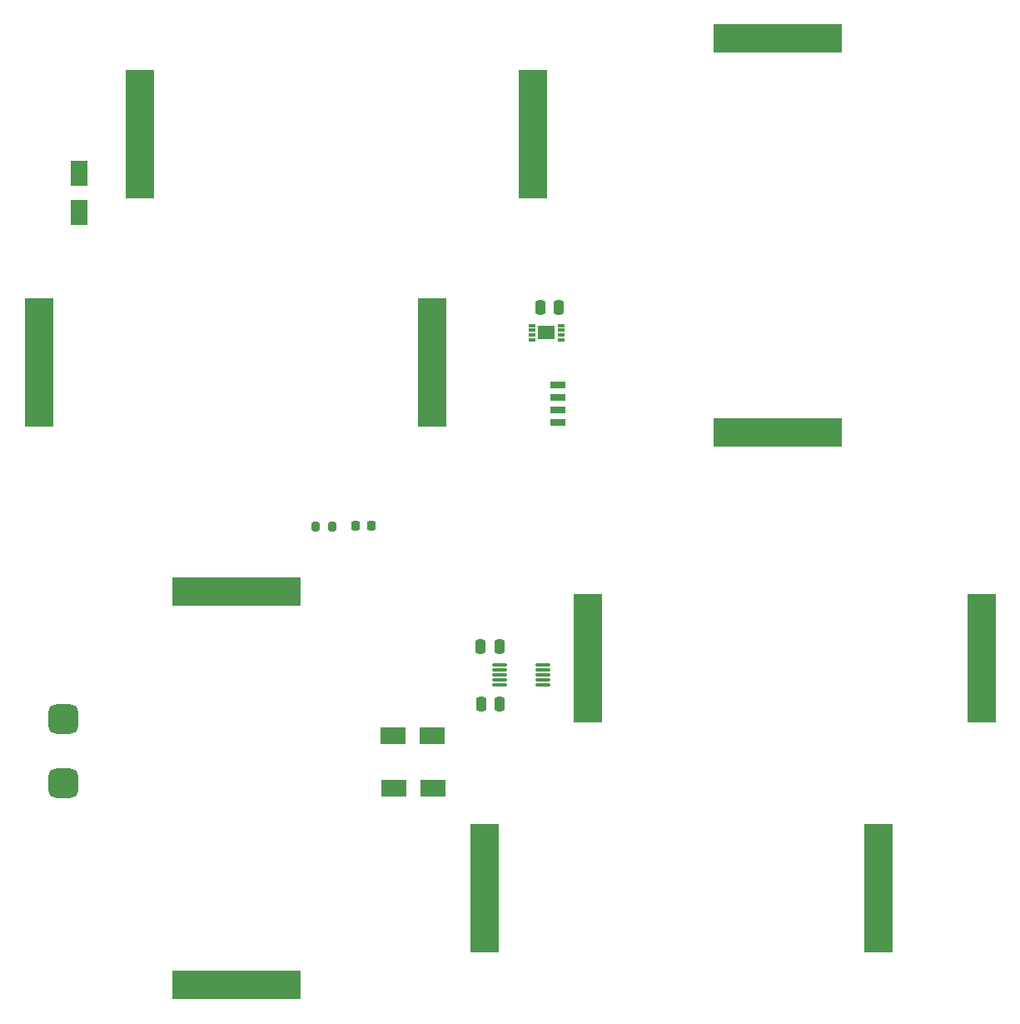
<source format=gbr>
%TF.GenerationSoftware,KiCad,Pcbnew,(6.0.11)*%
%TF.CreationDate,2023-03-22T16:16:07-07:00*%
%TF.ProjectId,solar-panel-side-Z,736f6c61-722d-4706-916e-656c2d736964,3.0*%
%TF.SameCoordinates,Original*%
%TF.FileFunction,Paste,Top*%
%TF.FilePolarity,Positive*%
%FSLAX46Y46*%
G04 Gerber Fmt 4.6, Leading zero omitted, Abs format (unit mm)*
G04 Created by KiCad (PCBNEW (6.0.11)) date 2023-03-22 16:16:07*
%MOMM*%
%LPD*%
G01*
G04 APERTURE LIST*
G04 Aperture macros list*
%AMRoundRect*
0 Rectangle with rounded corners*
0 $1 Rounding radius*
0 $2 $3 $4 $5 $6 $7 $8 $9 X,Y pos of 4 corners*
0 Add a 4 corners polygon primitive as box body*
4,1,4,$2,$3,$4,$5,$6,$7,$8,$9,$2,$3,0*
0 Add four circle primitives for the rounded corners*
1,1,$1+$1,$2,$3*
1,1,$1+$1,$4,$5*
1,1,$1+$1,$6,$7*
1,1,$1+$1,$8,$9*
0 Add four rect primitives between the rounded corners*
20,1,$1+$1,$2,$3,$4,$5,0*
20,1,$1+$1,$4,$5,$6,$7,0*
20,1,$1+$1,$6,$7,$8,$9,0*
20,1,$1+$1,$8,$9,$2,$3,0*%
G04 Aperture macros list end*
%ADD10R,2.500000X1.700000*%
%ADD11RoundRect,0.750000X-0.750000X-0.750000X0.750000X-0.750000X0.750000X0.750000X-0.750000X0.750000X0*%
%ADD12RoundRect,0.218750X0.218750X0.256250X-0.218750X0.256250X-0.218750X-0.256250X0.218750X-0.256250X0*%
%ADD13RoundRect,0.250000X0.250000X0.475000X-0.250000X0.475000X-0.250000X-0.475000X0.250000X-0.475000X0*%
%ADD14R,0.750000X0.300000*%
%ADD15R,1.750000X1.450000*%
%ADD16R,3.000000X13.000000*%
%ADD17R,13.000000X3.000000*%
%ADD18RoundRect,0.200000X-0.200000X-0.275000X0.200000X-0.275000X0.200000X0.275000X-0.200000X0.275000X0*%
%ADD19RoundRect,0.075000X-0.650000X-0.075000X0.650000X-0.075000X0.650000X0.075000X-0.650000X0.075000X0*%
%ADD20R,1.600000X0.700000*%
%ADD21R,1.700000X2.500000*%
G04 APERTURE END LIST*
D10*
%TO.C,D3*%
X141590000Y-107770000D03*
X137590000Y-107770000D03*
%TD*%
D11*
%TO.C,TP1*%
X104050000Y-106110000D03*
%TD*%
D12*
%TO.C,D5*%
X135390000Y-86480000D03*
X133815000Y-86480000D03*
%TD*%
D13*
%TO.C,C3*%
X148430000Y-98750000D03*
X146530000Y-98750000D03*
%TD*%
D14*
%TO.C,U3*%
X151780000Y-66080000D03*
X151780000Y-66580000D03*
X151780000Y-67080000D03*
X151780000Y-67580000D03*
X154680000Y-67580000D03*
X154680000Y-67080000D03*
X154680000Y-66580000D03*
X154680000Y-66080000D03*
D15*
X153230000Y-66830000D03*
%TD*%
D16*
%TO.C,SC5*%
X146930000Y-123240000D03*
X186930000Y-123240000D03*
%TD*%
D11*
%TO.C,TP2*%
X104080000Y-112590000D03*
%TD*%
D17*
%TO.C,SC3*%
X121720000Y-133090000D03*
X121720000Y-93090000D03*
%TD*%
D18*
%TO.C,R1*%
X129767500Y-86520000D03*
X131417500Y-86520000D03*
%TD*%
D13*
%TO.C,C2*%
X148460000Y-104540000D03*
X146560000Y-104540000D03*
%TD*%
D19*
%TO.C,U2*%
X148440000Y-100610000D03*
X148440000Y-101110000D03*
X148440000Y-101610000D03*
X148440000Y-102110000D03*
X148440000Y-102610000D03*
X152840000Y-102610000D03*
X152840000Y-102110000D03*
X152840000Y-101610000D03*
X152840000Y-101110000D03*
X152840000Y-100610000D03*
%TD*%
D10*
%TO.C,D4*%
X137680000Y-113090000D03*
X141680000Y-113090000D03*
%TD*%
D13*
%TO.C,C1*%
X154500000Y-64285000D03*
X152600000Y-64285000D03*
%TD*%
D20*
%TO.C,U1*%
X154350000Y-72095000D03*
X154350000Y-73365000D03*
X154350000Y-74635000D03*
X154350000Y-75905000D03*
%TD*%
D16*
%TO.C,SC4*%
X101620000Y-69850000D03*
X141620000Y-69850000D03*
%TD*%
%TO.C,SC6*%
X197440000Y-99920000D03*
X157440000Y-99920000D03*
%TD*%
D17*
%TO.C,SC2*%
X176760000Y-36940000D03*
X176760000Y-76940000D03*
%TD*%
D21*
%TO.C,D2*%
X105650000Y-54590000D03*
X105650000Y-50590000D03*
%TD*%
D16*
%TO.C,SC1*%
X111870000Y-46630000D03*
X151870000Y-46630000D03*
%TD*%
M02*

</source>
